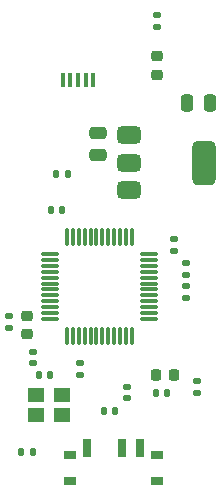
<source format=gbr>
%TF.GenerationSoftware,KiCad,Pcbnew,9.0.1*%
%TF.CreationDate,2025-04-19T10:59:12+01:00*%
%TF.ProjectId,firstkicadproject,66697273-746b-4696-9361-6470726f6a65,rev?*%
%TF.SameCoordinates,Original*%
%TF.FileFunction,Paste,Top*%
%TF.FilePolarity,Positive*%
%FSLAX46Y46*%
G04 Gerber Fmt 4.6, Leading zero omitted, Abs format (unit mm)*
G04 Created by KiCad (PCBNEW 9.0.1) date 2025-04-19 10:59:12*
%MOMM*%
%LPD*%
G01*
G04 APERTURE LIST*
G04 Aperture macros list*
%AMRoundRect*
0 Rectangle with rounded corners*
0 $1 Rounding radius*
0 $2 $3 $4 $5 $6 $7 $8 $9 X,Y pos of 4 corners*
0 Add a 4 corners polygon primitive as box body*
4,1,4,$2,$3,$4,$5,$6,$7,$8,$9,$2,$3,0*
0 Add four circle primitives for the rounded corners*
1,1,$1+$1,$2,$3*
1,1,$1+$1,$4,$5*
1,1,$1+$1,$6,$7*
1,1,$1+$1,$8,$9*
0 Add four rect primitives between the rounded corners*
20,1,$1+$1,$2,$3,$4,$5,0*
20,1,$1+$1,$4,$5,$6,$7,0*
20,1,$1+$1,$6,$7,$8,$9,0*
20,1,$1+$1,$8,$9,$2,$3,0*%
G04 Aperture macros list end*
%ADD10RoundRect,0.218750X-0.256250X0.218750X-0.256250X-0.218750X0.256250X-0.218750X0.256250X0.218750X0*%
%ADD11RoundRect,0.140000X-0.140000X-0.170000X0.140000X-0.170000X0.140000X0.170000X-0.140000X0.170000X0*%
%ADD12RoundRect,0.135000X0.185000X-0.135000X0.185000X0.135000X-0.185000X0.135000X-0.185000X-0.135000X0*%
%ADD13RoundRect,0.140000X0.170000X-0.140000X0.170000X0.140000X-0.170000X0.140000X-0.170000X-0.140000X0*%
%ADD14RoundRect,0.218750X-0.218750X-0.256250X0.218750X-0.256250X0.218750X0.256250X-0.218750X0.256250X0*%
%ADD15RoundRect,0.135000X0.135000X0.185000X-0.135000X0.185000X-0.135000X-0.185000X0.135000X-0.185000X0*%
%ADD16RoundRect,0.140000X-0.170000X0.140000X-0.170000X-0.140000X0.170000X-0.140000X0.170000X0.140000X0*%
%ADD17RoundRect,0.225000X0.250000X-0.225000X0.250000X0.225000X-0.250000X0.225000X-0.250000X-0.225000X0*%
%ADD18RoundRect,0.250000X0.475000X-0.250000X0.475000X0.250000X-0.475000X0.250000X-0.475000X-0.250000X0*%
%ADD19RoundRect,0.375000X-0.625000X-0.375000X0.625000X-0.375000X0.625000X0.375000X-0.625000X0.375000X0*%
%ADD20RoundRect,0.500000X-0.500000X-1.400000X0.500000X-1.400000X0.500000X1.400000X-0.500000X1.400000X0*%
%ADD21RoundRect,0.075000X0.075000X-0.662500X0.075000X0.662500X-0.075000X0.662500X-0.075000X-0.662500X0*%
%ADD22RoundRect,0.075000X0.662500X-0.075000X0.662500X0.075000X-0.662500X0.075000X-0.662500X-0.075000X0*%
%ADD23RoundRect,0.250000X-0.250000X-0.475000X0.250000X-0.475000X0.250000X0.475000X-0.250000X0.475000X0*%
%ADD24R,1.400000X1.200000*%
%ADD25R,0.450000X1.300000*%
%ADD26R,1.000000X0.800000*%
%ADD27R,0.700000X1.500000*%
%ADD28RoundRect,0.135000X-0.185000X0.135000X-0.185000X-0.135000X0.185000X-0.135000X0.185000X0.135000X0*%
%ADD29RoundRect,0.140000X0.140000X0.170000X-0.140000X0.170000X-0.140000X-0.170000X0.140000X-0.170000X0*%
G04 APERTURE END LIST*
D10*
%TO.C,D1*%
X84500000Y-43000000D03*
X84500000Y-44575000D03*
%TD*%
D11*
%TO.C,C2*%
X75540000Y-56000000D03*
X76500000Y-56000000D03*
%TD*%
D12*
%TO.C,R3*%
X84500000Y-40500000D03*
X84500000Y-39480000D03*
%TD*%
D13*
%TO.C,C1*%
X72000000Y-65980000D03*
X72000000Y-65020000D03*
%TD*%
D14*
%TO.C,FB1*%
X84425000Y-70000000D03*
X86000000Y-70000000D03*
%TD*%
D11*
%TO.C,C9*%
X80020000Y-73000000D03*
X80980000Y-73000000D03*
%TD*%
%TO.C,C7*%
X84425000Y-71500000D03*
X85385000Y-71500000D03*
%TD*%
D15*
%TO.C,R2*%
X77000000Y-53000000D03*
X75980000Y-53000000D03*
%TD*%
D12*
%TO.C,R4*%
X87000000Y-63510000D03*
X87000000Y-62490000D03*
%TD*%
D16*
%TO.C,C10*%
X78000000Y-69000000D03*
X78000000Y-69960000D03*
%TD*%
D15*
%TO.C,R1*%
X74000000Y-76500000D03*
X72980000Y-76500000D03*
%TD*%
D17*
%TO.C,C5*%
X73500000Y-66550000D03*
X73500000Y-65000000D03*
%TD*%
D18*
%TO.C,C12*%
X79500000Y-51400000D03*
X79500000Y-49500000D03*
%TD*%
D19*
%TO.C,U2*%
X82200000Y-49700000D03*
X82200000Y-52000000D03*
D20*
X88500000Y-52000000D03*
D19*
X82200000Y-54300000D03*
%TD*%
D16*
%TO.C,C8*%
X87925000Y-70520000D03*
X87925000Y-71480000D03*
%TD*%
D21*
%TO.C,U1*%
X76912500Y-66662500D03*
X77412500Y-66662500D03*
X77912500Y-66662500D03*
X78412500Y-66662500D03*
X78912500Y-66662500D03*
X79412500Y-66662500D03*
X79912500Y-66662500D03*
X80412500Y-66662500D03*
X80912500Y-66662500D03*
X81412500Y-66662500D03*
X81912500Y-66662500D03*
X82412500Y-66662500D03*
D22*
X83825000Y-65250000D03*
X83825000Y-64750000D03*
X83825000Y-64250000D03*
X83825000Y-63750000D03*
X83825000Y-63250000D03*
X83825000Y-62750000D03*
X83825000Y-62250000D03*
X83825000Y-61750000D03*
X83825000Y-61250000D03*
X83825000Y-60750000D03*
X83825000Y-60250000D03*
X83825000Y-59750000D03*
D21*
X82412500Y-58337500D03*
X81912500Y-58337500D03*
X81412500Y-58337500D03*
X80912500Y-58337500D03*
X80412500Y-58337500D03*
X79912500Y-58337500D03*
X79412500Y-58337500D03*
X78912500Y-58337500D03*
X78412500Y-58337500D03*
X77912500Y-58337500D03*
X77412500Y-58337500D03*
X76912500Y-58337500D03*
D22*
X75500000Y-59750000D03*
X75500000Y-60250000D03*
X75500000Y-60750000D03*
X75500000Y-61250000D03*
X75500000Y-61750000D03*
X75500000Y-62250000D03*
X75500000Y-62750000D03*
X75500000Y-63250000D03*
X75500000Y-63750000D03*
X75500000Y-64250000D03*
X75500000Y-64750000D03*
X75500000Y-65250000D03*
%TD*%
D16*
%TO.C,C6*%
X82000000Y-71000000D03*
X82000000Y-71960000D03*
%TD*%
D23*
%TO.C,C13*%
X87100000Y-47000000D03*
X89000000Y-47000000D03*
%TD*%
D16*
%TO.C,C3*%
X86000000Y-58500000D03*
X86000000Y-59460000D03*
%TD*%
D24*
%TO.C,Y1*%
X74300000Y-73350000D03*
X76500000Y-73350000D03*
X76500000Y-71650000D03*
X74300000Y-71650000D03*
%TD*%
D25*
%TO.C,J1*%
X79150000Y-45000000D03*
X78500000Y-45000000D03*
X77850000Y-45000000D03*
X77200000Y-45000000D03*
X76550000Y-45000000D03*
%TD*%
D26*
%TO.C,SW1*%
X77200000Y-76790000D03*
X77200000Y-79000000D03*
X84500000Y-76790000D03*
X84500000Y-79000000D03*
D27*
X78600000Y-76140000D03*
X81600000Y-76140000D03*
X83100000Y-76140000D03*
%TD*%
D16*
%TO.C,C4*%
X74000000Y-68020000D03*
X74000000Y-68980000D03*
%TD*%
D28*
%TO.C,R5*%
X87000000Y-60490000D03*
X87000000Y-61510000D03*
%TD*%
D29*
%TO.C,C11*%
X75500000Y-70000000D03*
X74540000Y-70000000D03*
%TD*%
M02*

</source>
